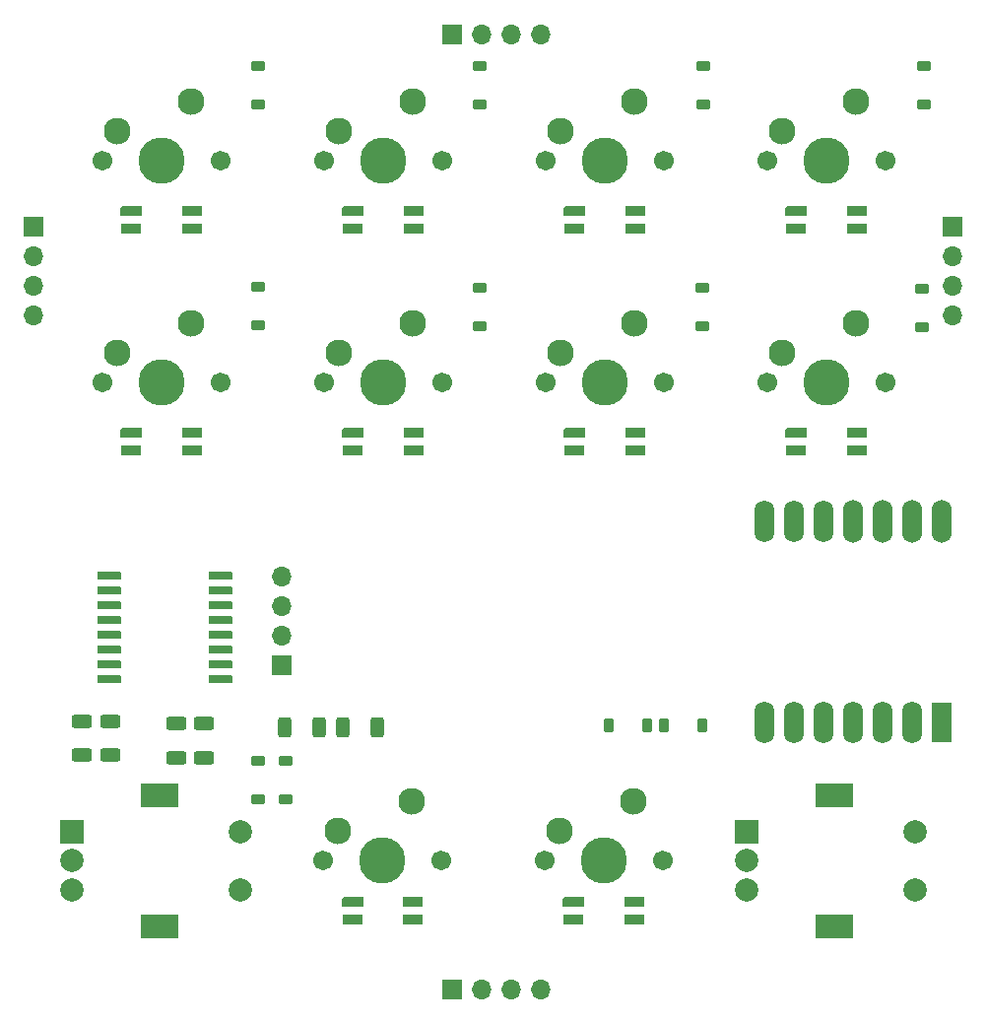
<source format=gbr>
%TF.GenerationSoftware,KiCad,Pcbnew,8.0.7*%
%TF.CreationDate,2025-02-09T12:27:28-05:00*%
%TF.ProjectId,makropad,6d616b72-6f70-4616-942e-6b696361645f,rev?*%
%TF.SameCoordinates,Original*%
%TF.FileFunction,Soldermask,Bot*%
%TF.FilePolarity,Negative*%
%FSLAX46Y46*%
G04 Gerber Fmt 4.6, Leading zero omitted, Abs format (unit mm)*
G04 Created by KiCad (PCBNEW 8.0.7) date 2025-02-09 12:27:28*
%MOMM*%
%LPD*%
G01*
G04 APERTURE LIST*
G04 Aperture macros list*
%AMRoundRect*
0 Rectangle with rounded corners*
0 $1 Rounding radius*
0 $2 $3 $4 $5 $6 $7 $8 $9 X,Y pos of 4 corners*
0 Add a 4 corners polygon primitive as box body*
4,1,4,$2,$3,$4,$5,$6,$7,$8,$9,$2,$3,0*
0 Add four circle primitives for the rounded corners*
1,1,$1+$1,$2,$3*
1,1,$1+$1,$4,$5*
1,1,$1+$1,$6,$7*
1,1,$1+$1,$8,$9*
0 Add four rect primitives between the rounded corners*
20,1,$1+$1,$2,$3,$4,$5,0*
20,1,$1+$1,$4,$5,$6,$7,0*
20,1,$1+$1,$6,$7,$8,$9,0*
20,1,$1+$1,$8,$9,$2,$3,0*%
%AMOutline5P*
0 Free polygon, 5 corners , with rotation*
0 The origin of the aperture is its center*
0 number of corners: always 5*
0 $1 to $10 corner X, Y*
0 $11 Rotation angle, in degrees counterclockwise*
0 create outline with 5 corners*
4,1,5,$1,$2,$3,$4,$5,$6,$7,$8,$9,$10,$1,$2,$11*%
%AMOutline6P*
0 Free polygon, 6 corners , with rotation*
0 The origin of the aperture is its center*
0 number of corners: always 6*
0 $1 to $12 corner X, Y*
0 $13 Rotation angle, in degrees counterclockwise*
0 create outline with 6 corners*
4,1,6,$1,$2,$3,$4,$5,$6,$7,$8,$9,$10,$11,$12,$1,$2,$13*%
%AMOutline7P*
0 Free polygon, 7 corners , with rotation*
0 The origin of the aperture is its center*
0 number of corners: always 7*
0 $1 to $14 corner X, Y*
0 $15 Rotation angle, in degrees counterclockwise*
0 create outline with 7 corners*
4,1,7,$1,$2,$3,$4,$5,$6,$7,$8,$9,$10,$11,$12,$13,$14,$1,$2,$15*%
%AMOutline8P*
0 Free polygon, 8 corners , with rotation*
0 The origin of the aperture is its center*
0 number of corners: always 8*
0 $1 to $16 corner X, Y*
0 $17 Rotation angle, in degrees counterclockwise*
0 create outline with 8 corners*
4,1,8,$1,$2,$3,$4,$5,$6,$7,$8,$9,$10,$11,$12,$13,$14,$15,$16,$1,$2,$17*%
G04 Aperture macros list end*
%ADD10C,1.701800*%
%ADD11C,3.987800*%
%ADD12C,2.300000*%
%ADD13R,1.700000X1.700000*%
%ADD14O,1.700000X1.700000*%
%ADD15R,2.000000X2.000000*%
%ADD16C,2.000000*%
%ADD17R,3.200000X2.000000*%
%ADD18RoundRect,0.225000X-0.375000X0.225000X-0.375000X-0.225000X0.375000X-0.225000X0.375000X0.225000X0*%
%ADD19R,1.800000X0.820000*%
%ADD20Outline5P,-0.900000X0.410000X0.900000X0.410000X0.900000X-0.246000X0.736000X-0.410000X-0.900000X-0.410000X180.000000*%
%ADD21RoundRect,0.250000X0.625000X-0.312500X0.625000X0.312500X-0.625000X0.312500X-0.625000X-0.312500X0*%
%ADD22RoundRect,0.250000X0.312500X0.625000X-0.312500X0.625000X-0.312500X-0.625000X0.312500X-0.625000X0*%
%ADD23RoundRect,0.225000X0.225000X0.375000X-0.225000X0.375000X-0.225000X-0.375000X0.225000X-0.375000X0*%
%ADD24RoundRect,0.102000X-0.901700X-0.266700X0.901700X-0.266700X0.901700X0.266700X-0.901700X0.266700X0*%
%ADD25RoundRect,0.225000X-0.225000X-0.375000X0.225000X-0.375000X0.225000X0.375000X-0.225000X0.375000X0*%
%ADD26RoundRect,0.250000X-0.312500X-0.625000X0.312500X-0.625000X0.312500X0.625000X-0.312500X0.625000X0*%
%ADD27R,1.700000X3.500000*%
%ADD28O,1.700000X3.600000*%
%ADD29O,1.700000X3.700000*%
G04 APERTURE END LIST*
D10*
%TO.C,SW4*%
X176020000Y-55370000D03*
D11*
X181100000Y-55370000D03*
D10*
X186180000Y-55370000D03*
D12*
X177290000Y-52830000D03*
X183640000Y-50290000D03*
%TD*%
D10*
%TO.C,SW10*%
X156890000Y-115500000D03*
D11*
X161970000Y-115500000D03*
D10*
X167050000Y-115500000D03*
D12*
X158160000Y-112960000D03*
X164510000Y-110420000D03*
%TD*%
D10*
%TO.C,SW1*%
X118870000Y-55370000D03*
D11*
X123950000Y-55370000D03*
D10*
X129030000Y-55370000D03*
D12*
X120140000Y-52830000D03*
X126490000Y-50290000D03*
%TD*%
D13*
%TO.C,J5*%
X191925000Y-61000000D03*
D14*
X191925000Y-63540000D03*
X191925000Y-66080000D03*
X191925000Y-68620000D03*
%TD*%
D13*
%TO.C,J1*%
X134300000Y-98700000D03*
D14*
X134300000Y-96160000D03*
X134300000Y-93620000D03*
X134300000Y-91080000D03*
%TD*%
D13*
%TO.C,J2*%
X112925000Y-61000000D03*
D14*
X112925000Y-63540000D03*
X112925000Y-66080000D03*
X112925000Y-68620000D03*
%TD*%
D15*
%TO.C,SW12*%
X174250000Y-113000000D03*
D16*
X174250000Y-118000000D03*
X174250000Y-115500000D03*
D17*
X181750000Y-109900000D03*
X181750000Y-121100000D03*
D16*
X188750000Y-118000000D03*
X188750000Y-113000000D03*
%TD*%
D10*
%TO.C,SW6*%
X137920000Y-74420000D03*
D11*
X143000000Y-74420000D03*
D10*
X148080000Y-74420000D03*
D12*
X139190000Y-71880000D03*
X145540000Y-69340000D03*
%TD*%
D13*
%TO.C,J3*%
X148900000Y-44475000D03*
D14*
X151440000Y-44475000D03*
X153980000Y-44475000D03*
X156520000Y-44475000D03*
%TD*%
D10*
%TO.C,SW2*%
X137920000Y-55370000D03*
D11*
X143000000Y-55370000D03*
D10*
X148080000Y-55370000D03*
D12*
X139190000Y-52830000D03*
X145540000Y-50290000D03*
%TD*%
D10*
%TO.C,SW7*%
X156970000Y-74420000D03*
D11*
X162050000Y-74420000D03*
D10*
X167130000Y-74420000D03*
D12*
X158240000Y-71880000D03*
X164590000Y-69340000D03*
%TD*%
D15*
%TO.C,SW11*%
X116250000Y-113000000D03*
D16*
X116250000Y-118000000D03*
X116250000Y-115500000D03*
D17*
X123750000Y-109900000D03*
X123750000Y-121100000D03*
D16*
X130750000Y-118000000D03*
X130750000Y-113000000D03*
%TD*%
D10*
%TO.C,SW5*%
X118870000Y-74420000D03*
D11*
X123950000Y-74420000D03*
D10*
X129030000Y-74420000D03*
D12*
X120140000Y-71880000D03*
X126490000Y-69340000D03*
%TD*%
D13*
%TO.C,J4*%
X148900000Y-126575000D03*
D14*
X151440000Y-126575000D03*
X153980000Y-126575000D03*
X156520000Y-126575000D03*
%TD*%
D10*
%TO.C,SW8*%
X176020000Y-74420000D03*
D11*
X181100000Y-74420000D03*
D10*
X186180000Y-74420000D03*
D12*
X177290000Y-71880000D03*
X183640000Y-69340000D03*
%TD*%
D10*
%TO.C,SW3*%
X156970000Y-55370000D03*
D11*
X162050000Y-55370000D03*
D10*
X167130000Y-55370000D03*
D12*
X158240000Y-52830000D03*
X164590000Y-50290000D03*
%TD*%
D10*
%TO.C,SW9*%
X137840000Y-115500000D03*
D11*
X142920000Y-115500000D03*
D10*
X148000000Y-115500000D03*
D12*
X139110000Y-112960000D03*
X145460000Y-110420000D03*
%TD*%
D18*
%TO.C,D5*%
X132250000Y-66200000D03*
X132250000Y-69500000D03*
%TD*%
D19*
%TO.C,D19*%
X164650000Y-78750000D03*
D20*
X159450000Y-78750000D03*
D19*
X159450000Y-80250000D03*
X164650000Y-80250000D03*
%TD*%
D21*
%TO.C,R4*%
X125200000Y-106623000D03*
X125200000Y-103698000D03*
%TD*%
D18*
%TO.C,D1*%
X132250000Y-47200000D03*
X132250000Y-50500000D03*
%TD*%
D19*
%TO.C,D21*%
X145570000Y-119031900D03*
D20*
X140370000Y-119031900D03*
D19*
X140370000Y-120531900D03*
X145570000Y-120531900D03*
%TD*%
D18*
%TO.C,D10*%
X134600000Y-106950000D03*
X134600000Y-110250000D03*
%TD*%
D22*
%TO.C,R1*%
X142462500Y-104000000D03*
X139537500Y-104000000D03*
%TD*%
D19*
%TO.C,D16*%
X183700000Y-59700000D03*
D20*
X178500000Y-59700000D03*
D19*
X178500000Y-61200000D03*
X183700000Y-61200000D03*
%TD*%
%TO.C,D20*%
X183700000Y-78750000D03*
D20*
X178500000Y-78750000D03*
D19*
X178500000Y-80250000D03*
X183700000Y-80250000D03*
%TD*%
D21*
%TO.C,R5*%
X119500000Y-106423000D03*
X119500000Y-103498000D03*
%TD*%
D18*
%TO.C,D2*%
X151250000Y-47200000D03*
X151250000Y-50500000D03*
%TD*%
%TO.C,D7*%
X170400000Y-66250000D03*
X170400000Y-69550000D03*
%TD*%
D21*
%TO.C,R6*%
X117100000Y-106423000D03*
X117100000Y-103498000D03*
%TD*%
D18*
%TO.C,D8*%
X189300000Y-66350000D03*
X189300000Y-69650000D03*
%TD*%
%TO.C,D3*%
X170500000Y-47200000D03*
X170500000Y-50500000D03*
%TD*%
D19*
%TO.C,D18*%
X145600000Y-78750000D03*
D20*
X140400000Y-78750000D03*
D19*
X140400000Y-80250000D03*
X145600000Y-80250000D03*
%TD*%
%TO.C,D14*%
X145600000Y-59700000D03*
D20*
X140400000Y-59700000D03*
D19*
X140400000Y-61200000D03*
X145600000Y-61200000D03*
%TD*%
%TO.C,D13*%
X126550000Y-59700000D03*
D20*
X121350000Y-59700000D03*
D19*
X121350000Y-61200000D03*
X126550000Y-61200000D03*
%TD*%
%TO.C,D17*%
X126550000Y-78750000D03*
D20*
X121350000Y-78750000D03*
D19*
X121350000Y-80250000D03*
X126550000Y-80250000D03*
%TD*%
D23*
%TO.C,D9*%
X165650000Y-103900000D03*
X162350000Y-103900000D03*
%TD*%
D24*
%TO.C,U1*%
X119449600Y-99890000D03*
X119449600Y-98620000D03*
X119449600Y-97350000D03*
X119449600Y-96080000D03*
X119449600Y-94810000D03*
X119449600Y-93540000D03*
X119449600Y-92270000D03*
X119449600Y-91000000D03*
X129000000Y-91000000D03*
X129000000Y-92270000D03*
X129000000Y-93540000D03*
X129000000Y-94810000D03*
X129000000Y-96080000D03*
X129000000Y-97350000D03*
X129000000Y-98620000D03*
X129000000Y-99890000D03*
%TD*%
D19*
%TO.C,D15*%
X164650000Y-59700000D03*
D20*
X159450000Y-59700000D03*
D19*
X159450000Y-61200000D03*
X164650000Y-61200000D03*
%TD*%
D25*
%TO.C,D11*%
X167150000Y-103900000D03*
X170450000Y-103900000D03*
%TD*%
D26*
%TO.C,R2*%
X134537500Y-104000000D03*
X137462500Y-104000000D03*
%TD*%
D18*
%TO.C,D4*%
X189500000Y-47200000D03*
X189500000Y-50500000D03*
%TD*%
%TO.C,D12*%
X132200000Y-106950000D03*
X132200000Y-110250000D03*
%TD*%
D21*
%TO.C,R3*%
X127600000Y-106623000D03*
X127600000Y-103698000D03*
%TD*%
D27*
%TO.C,U2*%
X191000000Y-103600000D03*
D28*
X188460000Y-103600000D03*
X185920000Y-103600000D03*
X183380000Y-103600000D03*
X180840000Y-103600000D03*
X178300000Y-103600000D03*
X175760000Y-103600000D03*
X175760000Y-86350000D03*
X178300000Y-86350000D03*
X180840000Y-86350000D03*
D29*
X183380000Y-86350000D03*
X185920000Y-86350000D03*
X188460000Y-86350000D03*
X191000000Y-86350000D03*
%TD*%
D19*
%TO.C,D22*%
X164570000Y-119031900D03*
D20*
X159370000Y-119031900D03*
D19*
X159370000Y-120531900D03*
X164570000Y-120531900D03*
%TD*%
D18*
%TO.C,D6*%
X151300000Y-66250000D03*
X151300000Y-69550000D03*
%TD*%
M02*

</source>
